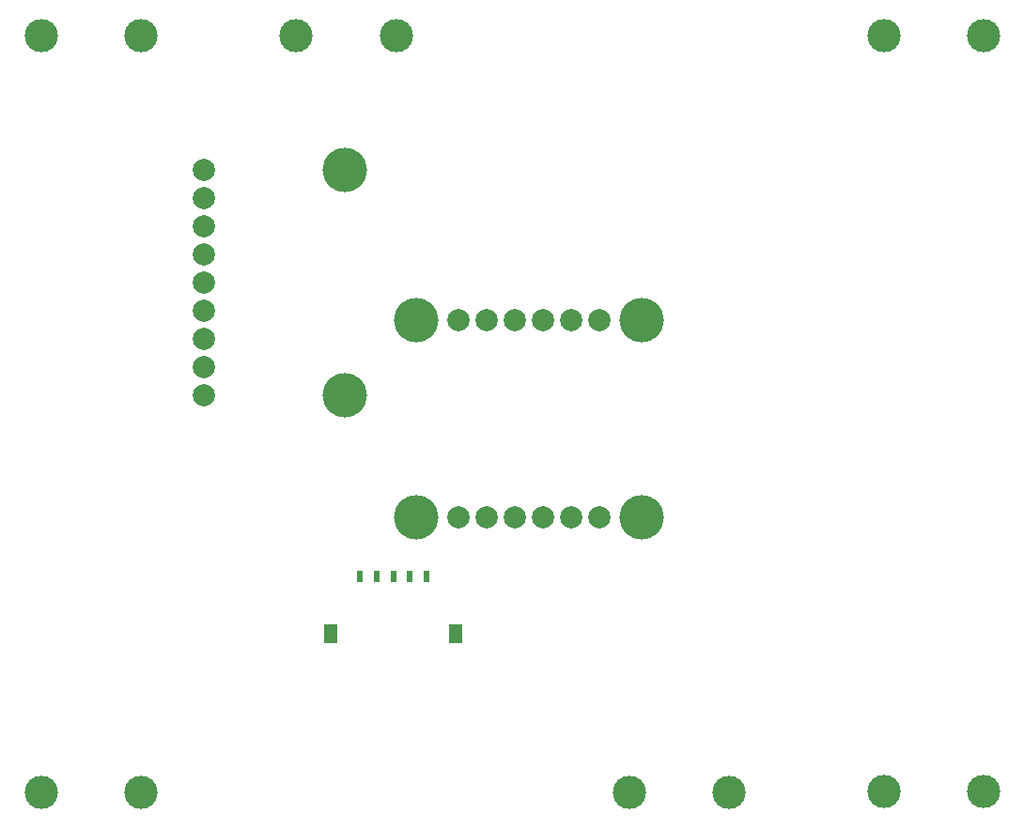
<source format=gbr>
%TF.GenerationSoftware,KiCad,Pcbnew,(5.1.10)-1*%
%TF.CreationDate,2022-05-08T17:14:08-07:00*%
%TF.ProjectId,solar-panel-side-Z,736f6c61-722d-4706-916e-656c2d736964,1.0*%
%TF.SameCoordinates,Original*%
%TF.FileFunction,Soldermask,Bot*%
%TF.FilePolarity,Negative*%
%FSLAX46Y46*%
G04 Gerber Fmt 4.6, Leading zero omitted, Abs format (unit mm)*
G04 Created by KiCad (PCBNEW (5.1.10)-1) date 2022-05-08 17:14:08*
%MOMM*%
%LPD*%
G01*
G04 APERTURE LIST*
%ADD10C,2.000000*%
%ADD11C,4.000000*%
%ADD12R,1.250000X1.800000*%
%ADD13R,0.600000X1.000000*%
%ADD14C,3.000000*%
G04 APERTURE END LIST*
D10*
%TO.C,U4*%
X147190000Y-76610000D03*
X144650000Y-76610000D03*
D11*
X140840000Y-76610000D03*
D10*
X157350000Y-76610000D03*
D11*
X161160000Y-76610000D03*
D10*
X154810000Y-76610000D03*
X152270000Y-76610000D03*
X149730000Y-76610000D03*
D11*
X161160000Y-94390000D03*
D10*
X154810000Y-94390000D03*
X152270000Y-94390000D03*
X157350000Y-94390000D03*
X144650000Y-94390000D03*
X147190000Y-94390000D03*
X149730000Y-94390000D03*
D11*
X140840000Y-94390000D03*
%TD*%
D12*
%TO.C,J1*%
X133145001Y-104940000D03*
X144354999Y-104940000D03*
D13*
X135749999Y-99750000D03*
X137249999Y-99750000D03*
X138750001Y-99750000D03*
X140250000Y-99750000D03*
X141750000Y-99750000D03*
%TD*%
D10*
%TO.C,U5*%
X121650000Y-75790000D03*
X121650000Y-73250000D03*
X121650000Y-70710000D03*
X121650000Y-83410000D03*
X121650000Y-78330000D03*
X121650000Y-80870000D03*
D11*
X134350000Y-63090000D03*
X134350000Y-83410000D03*
D10*
X121650000Y-65630000D03*
X121650000Y-68170000D03*
X121650000Y-63090000D03*
%TD*%
D14*
%TO.C,SC5*%
X191952000Y-51008000D03*
X182952000Y-51008000D03*
%TD*%
%TO.C,SC4*%
X169000000Y-119250000D03*
X160000000Y-119250000D03*
%TD*%
%TO.C,SC6*%
X191952000Y-119172000D03*
X182952000Y-119172000D03*
%TD*%
%TO.C,SC3*%
X130000000Y-51000000D03*
X139000000Y-51000000D03*
%TD*%
%TO.C,SC2*%
X107006000Y-119250000D03*
X116006000Y-119250000D03*
%TD*%
%TO.C,SC1*%
X116006000Y-51008000D03*
X107006000Y-51008000D03*
%TD*%
M02*

</source>
